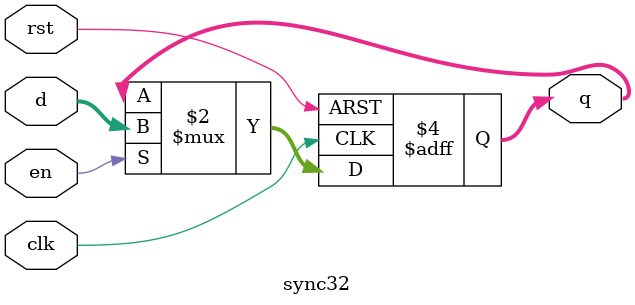
<source format=sv>
module sync32 (
    input  logic        clk,       // Clock signal
    input  logic        rst,       // Reset signal (active high)
    input  logic        en,        // Enable signal
    input  logic [31:0] d,         // Data input
    output logic [31:0] q          // Data output
);

    always_ff @(posedge clk or posedge rst) begin
        if (rst) begin
            q <= 32'b0; // Reset the register to 0
        end else if (en) begin
            q <= d;     // Load the input data into the register
        end
    end
endmodule

</source>
